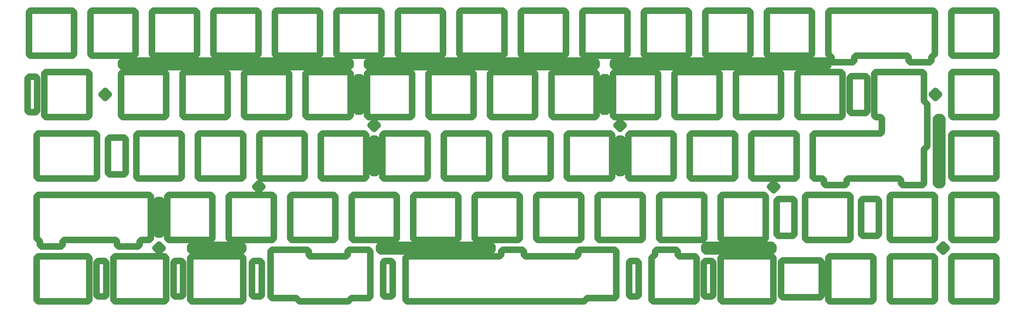
<source format=gbr>
%TF.GenerationSoftware,KiCad,Pcbnew,(5.1.10)-1*%
%TF.CreationDate,2021-09-30T20:55:44+07:00*%
%TF.ProjectId,KBD67 - Lite FR4 Plate,4b424436-3720-42d2-904c-697465204652,rev?*%
%TF.SameCoordinates,Original*%
%TF.FileFunction,Soldermask,Bot*%
%TF.FilePolarity,Negative*%
%FSLAX46Y46*%
G04 Gerber Fmt 4.6, Leading zero omitted, Abs format (unit mm)*
G04 Created by KiCad (PCBNEW (5.1.10)-1) date 2021-09-30 20:55:44*
%MOMM*%
%LPD*%
G01*
G04 APERTURE LIST*
%ADD10C,2.000000*%
G04 APERTURE END LIST*
D10*
X168186990Y-192608143D02*
X167686990Y-193108143D01*
X168186990Y-182573471D02*
X168186990Y-192608143D01*
X167686990Y-182073471D02*
X168186990Y-182573471D01*
X165686990Y-182073471D02*
X167686990Y-182073471D01*
X165186990Y-182573471D02*
X165686990Y-182073471D01*
X165186990Y-192608143D02*
X165186990Y-182573471D01*
X165686990Y-193108143D02*
X165186990Y-192608143D01*
X167686990Y-193108143D02*
X165686990Y-193108143D01*
X-41244262Y-135458143D02*
X-41744262Y-135958143D01*
X-41244262Y-125423471D02*
X-41244262Y-135458143D01*
X-41744262Y-124923471D02*
X-41244262Y-125423471D01*
X-43744262Y-124923471D02*
X-41744262Y-124923471D01*
X-44244262Y-125423471D02*
X-43744262Y-124923471D01*
X-44244262Y-135458143D02*
X-44244262Y-125423471D01*
X-43744262Y-135958143D02*
X-44244262Y-135458143D01*
X-41744262Y-135958143D02*
X-43744262Y-135958143D01*
X145068531Y-192608143D02*
X144568531Y-193108143D01*
X145068531Y-182573471D02*
X145068531Y-192608143D01*
X144568531Y-182073471D02*
X145068531Y-182573471D01*
X142568531Y-182073471D02*
X144568531Y-182073471D01*
X142068531Y-182573471D02*
X142568531Y-182073471D01*
X142068531Y-192608143D02*
X142068531Y-182573471D01*
X142568531Y-193108143D02*
X142068531Y-192608143D01*
X144568531Y-193108143D02*
X142568531Y-193108143D01*
X68868499Y-192608143D02*
X68368499Y-193108143D01*
X68868499Y-182573471D02*
X68868499Y-192608143D01*
X68368499Y-182073471D02*
X68868499Y-182573471D01*
X66368499Y-182073471D02*
X68368499Y-182073471D01*
X65868499Y-182573471D02*
X66368499Y-182073471D01*
X65868499Y-192608143D02*
X65868499Y-182573471D01*
X66368499Y-193108143D02*
X65868499Y-192608143D01*
X68368499Y-193108143D02*
X66368499Y-193108143D01*
X28283601Y-192608143D02*
X27783601Y-193108143D01*
X28283601Y-182573471D02*
X28283601Y-192608143D01*
X27783601Y-182073471D02*
X28283601Y-182573471D01*
X25783601Y-182073471D02*
X27783601Y-182073471D01*
X25283601Y-182573471D02*
X25783601Y-182073471D01*
X25283601Y-192608143D02*
X25283601Y-182573471D01*
X25783601Y-193108143D02*
X25283601Y-192608143D01*
X27783601Y-193108143D02*
X25783601Y-193108143D01*
X3927615Y-192608143D02*
X3427615Y-193108143D01*
X3927615Y-182573471D02*
X3927615Y-192608143D01*
X3427615Y-182073471D02*
X3927615Y-182573471D01*
X1427615Y-182073471D02*
X3427615Y-182073471D01*
X927615Y-182573471D02*
X1427615Y-182073471D01*
X927615Y-192608143D02*
X927615Y-182573471D01*
X1427615Y-193108143D02*
X927615Y-192608143D01*
X3427615Y-193108143D02*
X1427615Y-193108143D01*
X-19884884Y-192608143D02*
X-20384884Y-193108143D01*
X-19884884Y-182573471D02*
X-19884884Y-192608143D01*
X-20384884Y-182073471D02*
X-19884884Y-182573471D01*
X-22384884Y-182073471D02*
X-20384884Y-182073471D01*
X-22884884Y-182573471D02*
X-22384884Y-182073471D01*
X-22884884Y-192608143D02*
X-22884884Y-182573471D01*
X-22384884Y-193108143D02*
X-22884884Y-192608143D01*
X-20384884Y-193108143D02*
X-22384884Y-193108143D01*
X61918756Y-179090800D02*
X61418766Y-178590809D01*
X61918756Y-193090829D02*
X61918756Y-179090800D01*
X61418766Y-193590820D02*
X61918756Y-193090829D01*
X56099365Y-193590820D02*
X61418766Y-193590820D01*
X55599374Y-194090810D02*
X56099365Y-193590820D01*
X55599374Y-194090811D02*
X55599374Y-194090810D01*
X55099384Y-194590802D02*
X55599374Y-194090811D01*
X39980732Y-194590802D02*
X55099384Y-194590802D01*
X39480742Y-194090811D02*
X39980732Y-194590802D01*
X39480742Y-194090810D02*
X39480742Y-194090811D01*
X38980751Y-193590820D02*
X39480742Y-194090810D01*
X31542703Y-193590820D02*
X38980751Y-193590820D01*
X31042712Y-193090829D02*
X31542703Y-193590820D01*
X31042712Y-179090800D02*
X31042712Y-193090829D01*
X31542703Y-178590809D02*
X31042712Y-179090800D01*
X42337006Y-178590809D02*
X31542703Y-178590809D01*
X42836997Y-179090800D02*
X42337006Y-178590809D01*
X42836997Y-180090804D02*
X42836997Y-179090800D01*
X43336987Y-180590795D02*
X42836997Y-180090804D01*
X54418762Y-180590795D02*
X43336987Y-180590795D01*
X54918753Y-180090804D02*
X54418762Y-180590795D01*
X54918753Y-179090800D02*
X54918753Y-180090804D01*
X55418743Y-178590809D02*
X54918753Y-179090800D01*
X61418766Y-178590809D02*
X55418743Y-178590809D01*
X138118778Y-179090809D02*
X137618778Y-178590809D01*
X138118778Y-193090820D02*
X138118778Y-179090809D01*
X137618778Y-193590820D02*
X138118778Y-193090820D01*
X129124343Y-193590820D02*
X137618778Y-193590820D01*
X128624374Y-194090788D02*
X129124343Y-193590820D01*
X128624374Y-194090789D02*
X128624374Y-194090788D01*
X128124362Y-194590802D02*
X128624374Y-194090789D01*
X102986986Y-194590802D02*
X128124362Y-194590802D01*
X100960947Y-194590802D02*
X102986986Y-194590802D01*
X73318254Y-194590802D02*
X100960947Y-194590802D01*
X72818242Y-194090789D02*
X73318254Y-194590802D01*
X72818242Y-181090807D02*
X72818242Y-194090789D01*
X73318254Y-180590795D02*
X72818242Y-181090807D01*
X101980255Y-180590795D02*
X73318254Y-180590795D01*
X102480255Y-180090795D02*
X101980255Y-180590795D01*
X102480255Y-179090809D02*
X102480255Y-180090795D01*
X102980255Y-178590809D02*
X102480255Y-179090809D01*
X108980237Y-178590809D02*
X102980255Y-178590809D01*
X109480237Y-179090809D02*
X108980237Y-178590809D01*
X109480237Y-180090795D02*
X109480237Y-179090809D01*
X109980237Y-180590795D02*
X109480237Y-180090795D01*
X125824493Y-180590795D02*
X109980237Y-180590795D01*
X126324493Y-180090795D02*
X125824493Y-180590795D01*
X126324493Y-179090809D02*
X126324493Y-180090795D01*
X126824493Y-178590809D02*
X126324493Y-179090809D01*
X137618778Y-178590809D02*
X126824493Y-178590809D01*
X157656031Y-180590795D02*
X157156031Y-180090795D01*
X162518291Y-180590795D02*
X157656031Y-180590795D01*
X163018291Y-181090795D02*
X162518291Y-180590795D01*
X163018291Y-194090802D02*
X163018291Y-181090795D01*
X162518291Y-194590802D02*
X163018291Y-194090802D01*
X149518285Y-194590802D02*
X162518291Y-194590802D01*
X149018285Y-194090802D02*
X149518285Y-194590802D01*
X149018285Y-181090795D02*
X149018285Y-194090802D01*
X149518285Y-180590795D02*
X149018285Y-181090795D01*
X149656027Y-180590795D02*
X149518285Y-180590795D01*
X150156027Y-180090795D02*
X149656027Y-180590795D01*
X150156027Y-179090809D02*
X150156027Y-180090795D01*
X150656027Y-178590809D02*
X150156027Y-179090809D01*
X156656031Y-178590809D02*
X150656027Y-178590809D01*
X157156031Y-179090809D02*
X156656031Y-178590809D01*
X157156031Y-180090795D02*
X157156031Y-179090809D01*
X135586990Y-135281754D02*
X135086990Y-135781754D01*
X135586990Y-125599860D02*
X135586990Y-135281754D01*
X135086990Y-125099860D02*
X135586990Y-125599860D01*
X134086990Y-125099860D02*
X135086990Y-125099860D01*
X133586990Y-125599860D02*
X134086990Y-125099860D01*
X133586990Y-135281754D02*
X133586990Y-125599860D01*
X134086990Y-135781754D02*
X133586990Y-135281754D01*
X135086990Y-135781754D02*
X134086990Y-135781754D01*
X59386990Y-135281754D02*
X58886990Y-135781754D01*
X59386990Y-125599860D02*
X59386990Y-135281754D01*
X58886990Y-125099860D02*
X59386990Y-125599860D01*
X57886990Y-125099860D02*
X58886990Y-125099860D01*
X57386990Y-125599860D02*
X57886990Y-125099860D01*
X57386990Y-135281754D02*
X57386990Y-125599860D01*
X57886990Y-135781754D02*
X57386990Y-135281754D01*
X58886990Y-135781754D02*
X57886990Y-135781754D01*
X140349490Y-154331754D02*
X139849490Y-154831754D01*
X140349490Y-144649860D02*
X140349490Y-154331754D01*
X139849490Y-144149860D02*
X140349490Y-144649860D01*
X138849490Y-144149860D02*
X139849490Y-144149860D01*
X138349490Y-144649860D02*
X138849490Y-144149860D01*
X138349490Y-154331754D02*
X138349490Y-144649860D01*
X138849490Y-154831754D02*
X138349490Y-154331754D01*
X139849490Y-154831754D02*
X138849490Y-154831754D01*
X64149490Y-154331754D02*
X63649490Y-154831754D01*
X64149490Y-144649860D02*
X64149490Y-154331754D01*
X63649490Y-144149860D02*
X64149490Y-144649860D01*
X62649490Y-144149860D02*
X63649490Y-144149860D01*
X62149490Y-144649860D02*
X62649490Y-144149860D01*
X62149490Y-154331754D02*
X62149490Y-144649860D01*
X62649490Y-154831754D02*
X62149490Y-154331754D01*
X63649490Y-154831754D02*
X62649490Y-154831754D01*
X-2525510Y-173381753D02*
X-3025510Y-173881753D01*
X-2525509Y-163699859D02*
X-2525510Y-173381753D01*
X-3025509Y-163199859D02*
X-2525509Y-163699859D01*
X-4025509Y-163199859D02*
X-3025509Y-163199859D01*
X-4525509Y-163699859D02*
X-4025509Y-163199859D01*
X-4525509Y-173381753D02*
X-4525509Y-163699859D01*
X-4025509Y-173881753D02*
X-4525509Y-173381753D01*
X-3025510Y-173881753D02*
X-4025509Y-173881753D01*
X201767014Y-192784532D02*
X201267014Y-193284532D01*
X201767014Y-182397083D02*
X201767014Y-192784532D01*
X201267014Y-181897083D02*
X201767014Y-182397083D01*
X189711990Y-181897083D02*
X201267014Y-181897083D01*
X189211990Y-182397083D02*
X189711990Y-181897083D01*
X189211990Y-192784532D02*
X189211990Y-182397083D01*
X189711990Y-193284532D02*
X189211990Y-192784532D01*
X201267014Y-193284532D02*
X189711990Y-193284532D01*
X193288889Y-173734532D02*
X192788889Y-174234532D01*
X193288889Y-163347082D02*
X193288889Y-173734532D01*
X192788889Y-162847082D02*
X193288889Y-163347082D01*
X188303841Y-162847082D02*
X192788889Y-162847082D01*
X187803841Y-163347082D02*
X188303841Y-162847082D01*
X187803841Y-173734532D02*
X187803841Y-163347082D01*
X188303841Y-174234532D02*
X187803841Y-173734532D01*
X192788889Y-174234532D02*
X188303841Y-174234532D01*
X219482639Y-173734532D02*
X218982639Y-174234532D01*
X219482639Y-163347082D02*
X219482639Y-173734532D01*
X218982639Y-162847082D02*
X219482639Y-163347082D01*
X214497591Y-162847082D02*
X218982639Y-162847082D01*
X213997591Y-163347082D02*
X214497591Y-162847082D01*
X213997591Y-173734532D02*
X213997591Y-163347082D01*
X214497591Y-174234532D02*
X213997591Y-173734532D01*
X218982639Y-174234532D02*
X214497591Y-174234532D01*
X215910764Y-135634532D02*
X215410764Y-136134532D01*
X215910764Y-125247083D02*
X215910764Y-135634532D01*
X215410764Y-124747083D02*
X215910764Y-125247083D01*
X210925716Y-124747083D02*
X215410764Y-124747083D01*
X210425716Y-125247083D02*
X210925716Y-124747083D01*
X210425716Y-135634532D02*
X210425716Y-125247083D01*
X210925716Y-136134532D02*
X210425716Y-135634532D01*
X215410764Y-136134532D02*
X210925716Y-136134532D01*
X-13879860Y-154684532D02*
X-14379860Y-155184532D01*
X-13879860Y-144297082D02*
X-13879860Y-154684532D01*
X-14379860Y-143797082D02*
X-13879860Y-144297082D01*
X-18864908Y-143797082D02*
X-14379860Y-143797082D01*
X-19364908Y-144297082D02*
X-18864908Y-143797082D01*
X-19364908Y-154684532D02*
X-19364908Y-144297082D01*
X-18864908Y-155184532D02*
X-19364908Y-154684532D01*
X-14379860Y-155184532D02*
X-18864908Y-155184532D01*
X239171404Y-157990803D02*
X238671404Y-158490803D01*
X239171405Y-137940803D02*
X239171404Y-157990803D01*
X238671405Y-137440803D02*
X239171405Y-137940803D01*
X237671404Y-137440803D02*
X238671405Y-137440803D01*
X237171404Y-137940803D02*
X237671404Y-137440803D01*
X237171405Y-157990803D02*
X237171404Y-137940803D01*
X237671405Y-158490803D02*
X237171405Y-157990803D01*
X238671404Y-158490803D02*
X237671405Y-158490803D01*
X203786990Y-121415807D02*
X203286990Y-121915807D01*
X203786990Y-120415807D02*
X203786990Y-121415807D01*
X203286990Y-119915807D02*
X203786990Y-120415807D01*
X137611990Y-119915807D02*
X203286990Y-119915807D01*
X137111990Y-120415807D02*
X137611990Y-119915807D01*
X137111990Y-121415807D02*
X137111990Y-120415807D01*
X137611990Y-121915807D02*
X137111990Y-121415807D01*
X203286990Y-121915807D02*
X137611990Y-121915807D01*
X132061990Y-121415807D02*
X131561990Y-121915807D01*
X132061990Y-120415807D02*
X132061990Y-121415807D01*
X131561990Y-119915807D02*
X132061990Y-120415807D01*
X61411990Y-119915807D02*
X131561990Y-119915807D01*
X60911990Y-120415807D02*
X61411990Y-119915807D01*
X60911990Y-121415807D02*
X60911990Y-120415807D01*
X61411990Y-121915807D02*
X60911990Y-121415807D01*
X131561990Y-121915807D02*
X61411990Y-121915807D01*
X55861990Y-121415807D02*
X55361990Y-121915807D01*
X55861990Y-120415807D02*
X55861990Y-121415807D01*
X55361990Y-119915807D02*
X55861990Y-120415807D01*
X-14788009Y-119915807D02*
X55361990Y-119915807D01*
X-15288009Y-120415807D02*
X-14788009Y-119915807D01*
X-15288009Y-121415807D02*
X-15288009Y-120415807D01*
X-14788009Y-121915807D02*
X-15288009Y-121415807D01*
X55361990Y-121915807D02*
X-14788009Y-121915807D01*
X186830740Y-178565807D02*
X186330740Y-179065807D01*
X186830740Y-177565807D02*
X186830740Y-178565807D01*
X186330740Y-177065807D02*
X186830740Y-177565807D01*
X165899490Y-177065807D02*
X186330740Y-177065807D01*
X165399490Y-177565807D02*
X165899490Y-177065807D01*
X165399490Y-178565807D02*
X165399490Y-177565807D01*
X165899490Y-179065807D02*
X165399490Y-178565807D01*
X186330740Y-179065807D02*
X165899490Y-179065807D01*
X99797349Y-178565807D02*
X99297349Y-179065807D01*
X99797349Y-177565807D02*
X99797349Y-178565807D01*
X99297349Y-177065807D02*
X99797349Y-177565807D01*
X65101662Y-177065807D02*
X99297349Y-177065807D01*
X64601662Y-177565807D02*
X65101662Y-177065807D01*
X64601662Y-178565807D02*
X64601662Y-177565807D01*
X65101662Y-179065807D02*
X64601662Y-178565807D01*
X99297349Y-179065807D02*
X65101662Y-179065807D01*
X22524490Y-178565807D02*
X22024490Y-179065807D01*
X22524490Y-177565807D02*
X22524490Y-178565807D01*
X22024490Y-177065807D02*
X22524490Y-177565807D01*
X6643240Y-177065807D02*
X22024490Y-177065807D01*
X6143240Y-177565807D02*
X6643240Y-177065807D01*
X6143240Y-178565807D02*
X6143240Y-177565807D01*
X6643240Y-179065807D02*
X6143240Y-178565807D01*
X22024490Y-179065807D02*
X6643240Y-179065807D01*
X234455740Y-133465807D02*
X233955740Y-132965807D01*
X234455740Y-146465807D02*
X234455740Y-133465807D01*
X233955740Y-146965807D02*
X234455740Y-146465807D01*
X233455740Y-147465807D02*
X233955740Y-146965807D01*
X233455740Y-157990807D02*
X233455740Y-147465807D01*
X232955740Y-158490807D02*
X233455740Y-157990807D01*
X226868740Y-158490807D02*
X232955740Y-158490807D01*
X226368740Y-157990807D02*
X226868740Y-158490807D01*
X226368740Y-156990807D02*
X226368740Y-157990807D01*
X225868740Y-156490807D02*
X226368740Y-156990807D01*
X209992740Y-156490807D02*
X225868740Y-156490807D01*
X209492740Y-156990807D02*
X209992740Y-156490807D01*
X209492740Y-157990807D02*
X209492740Y-156990807D01*
X208992740Y-158490807D02*
X209492740Y-157990807D01*
X202992740Y-158490807D02*
X208992740Y-158490807D01*
X202492740Y-157990807D02*
X202992740Y-158490807D01*
X202492740Y-156990807D02*
X202492740Y-157990807D01*
X201992740Y-156490807D02*
X202492740Y-156990807D01*
X199524490Y-156490807D02*
X201992740Y-156490807D01*
X199024490Y-155990807D02*
X199524490Y-156490807D01*
X199024490Y-142990807D02*
X199024490Y-155990807D01*
X199524490Y-142490807D02*
X199024490Y-142990807D01*
X219955740Y-142490807D02*
X199524490Y-142490807D01*
X220455740Y-141990807D02*
X219955740Y-142490807D01*
X220455740Y-137940807D02*
X220455740Y-141990807D01*
X219955740Y-137440807D02*
X220455740Y-137940807D01*
X218574490Y-137440807D02*
X219955740Y-137440807D01*
X218074490Y-136940807D02*
X218574490Y-137440807D01*
X218074490Y-123940807D02*
X218074490Y-136940807D01*
X218574490Y-123440807D02*
X218074490Y-123940807D01*
X232955740Y-123440807D02*
X218574490Y-123440807D01*
X233455740Y-123940807D02*
X232955740Y-123440807D01*
X233455740Y-132465807D02*
X233455740Y-123940807D01*
X233955740Y-132965807D02*
X233455740Y-132465807D01*
X255886990Y-181090807D02*
X255386990Y-180590807D01*
X255886990Y-194090807D02*
X255886990Y-181090807D01*
X255386990Y-194590807D02*
X255886990Y-194090807D01*
X242386990Y-194590807D02*
X255386990Y-194590807D01*
X241886990Y-194090807D02*
X242386990Y-194590807D01*
X241886990Y-181090807D02*
X241886990Y-194090807D01*
X242386990Y-180590807D02*
X241886990Y-181090807D01*
X255386990Y-180590807D02*
X242386990Y-180590807D01*
X-25600509Y-137440807D02*
X-25100509Y-136940807D01*
X-38600509Y-137440807D02*
X-25600509Y-137440807D01*
X-39100509Y-136940807D02*
X-38600509Y-137440807D01*
X-39100509Y-123940807D02*
X-39100509Y-136940807D01*
X-38600509Y-123440807D02*
X-39100509Y-123940807D01*
X-25600509Y-123440807D02*
X-38600509Y-123440807D01*
X-25100509Y-123940807D02*
X-25600509Y-123440807D01*
X-25100509Y-136940807D02*
X-25100509Y-123940807D01*
X146349490Y-162040807D02*
X145849490Y-161540807D01*
X146349490Y-175040807D02*
X146349490Y-162040807D01*
X145849490Y-175540807D02*
X146349490Y-175040807D01*
X132849490Y-175540807D02*
X145849490Y-175540807D01*
X132349490Y-175040807D02*
X132849490Y-175540807D01*
X132349490Y-162040807D02*
X132349490Y-175040807D01*
X132849490Y-161540807D02*
X132349490Y-162040807D01*
X145849490Y-161540807D02*
X132849490Y-161540807D01*
X155874490Y-142990807D02*
X155374490Y-142490807D01*
X155874490Y-155990807D02*
X155874490Y-142990807D01*
X155374490Y-156490807D02*
X155874490Y-155990807D01*
X142374490Y-156490807D02*
X155374490Y-156490807D01*
X141874490Y-155990807D02*
X142374490Y-156490807D01*
X141874490Y-142990807D02*
X141874490Y-155990807D01*
X142374490Y-142490807D02*
X141874490Y-142990807D01*
X155374490Y-142490807D02*
X142374490Y-142490807D01*
X27574490Y-155990807D02*
X27574490Y-142990807D01*
X28074490Y-156490807D02*
X27574490Y-155990807D01*
X41074490Y-156490807D02*
X28074490Y-156490807D01*
X41574490Y-155990807D02*
X41074490Y-156490807D01*
X41574490Y-142990807D02*
X41574490Y-155990807D01*
X41074490Y-142490807D02*
X41574490Y-142990807D01*
X28074490Y-142490807D02*
X41074490Y-142490807D01*
X27574490Y-142990807D02*
X28074490Y-142490807D01*
X255886990Y-162040807D02*
X255386990Y-161540807D01*
X255886990Y-175040807D02*
X255886990Y-162040807D01*
X255386990Y-175540807D02*
X255886990Y-175040807D01*
X242386990Y-175540807D02*
X255386990Y-175540807D01*
X241886990Y-175040807D02*
X242386990Y-175540807D01*
X241886990Y-162040807D02*
X241886990Y-175040807D01*
X242386990Y-161540807D02*
X241886990Y-162040807D01*
X255386990Y-161540807D02*
X242386990Y-161540807D01*
X36311990Y-137440807D02*
X36811990Y-136940807D01*
X23311990Y-137440807D02*
X36311990Y-137440807D01*
X22811990Y-136940807D02*
X23311990Y-137440807D01*
X22811990Y-123940807D02*
X22811990Y-136940807D01*
X23311990Y-123440807D02*
X22811990Y-123940807D01*
X36311990Y-123440807D02*
X23311990Y-123440807D01*
X36811990Y-123940807D02*
X36311990Y-123440807D01*
X36811990Y-136940807D02*
X36811990Y-123940807D01*
X55861990Y-123940807D02*
X55361990Y-123440807D01*
X55861990Y-136940807D02*
X55861990Y-123940807D01*
X55361990Y-137440807D02*
X55861990Y-136940807D01*
X42361990Y-137440807D02*
X55361990Y-137440807D01*
X41861990Y-136940807D02*
X42361990Y-137440807D01*
X41861990Y-123940807D02*
X41861990Y-136940807D01*
X42361990Y-123440807D02*
X41861990Y-123940807D01*
X55361990Y-123440807D02*
X42361990Y-123440807D01*
X-1288009Y-123940807D02*
X-1788009Y-123440807D01*
X-1288009Y-136940807D02*
X-1288009Y-123940807D01*
X-1788009Y-137440807D02*
X-1288009Y-136940807D01*
X-14788009Y-137440807D02*
X-1788009Y-137440807D01*
X-15288009Y-136940807D02*
X-14788009Y-137440807D01*
X-15288009Y-123940807D02*
X-15288009Y-136940807D01*
X-14788009Y-123440807D02*
X-15288009Y-123940807D01*
X-1788009Y-123440807D02*
X-14788009Y-123440807D01*
X113011990Y-123940807D02*
X112511990Y-123440807D01*
X113011990Y-136940807D02*
X113011990Y-123940807D01*
X112511990Y-137440807D02*
X113011990Y-136940807D01*
X99511990Y-137440807D02*
X112511990Y-137440807D01*
X99011990Y-136940807D02*
X99511990Y-137440807D01*
X99011990Y-123940807D02*
X99011990Y-136940807D01*
X99511990Y-123440807D02*
X99011990Y-123940807D01*
X112511990Y-123440807D02*
X99511990Y-123440807D01*
X-10525509Y-155990807D02*
X-10525509Y-142990807D01*
X-10025509Y-156490807D02*
X-10525509Y-155990807D01*
X2974490Y-156490807D02*
X-10025509Y-156490807D01*
X3474490Y-155990807D02*
X2974490Y-156490807D01*
X3474490Y-142990807D02*
X3474490Y-155990807D01*
X2974490Y-142490807D02*
X3474490Y-142990807D01*
X-10025509Y-142490807D02*
X2974490Y-142490807D01*
X-10525509Y-142990807D02*
X-10025509Y-142490807D01*
X122536990Y-104890807D02*
X122036990Y-104390807D01*
X122536990Y-117890807D02*
X122536990Y-104890807D01*
X122036990Y-118390807D02*
X122536990Y-117890807D01*
X109036990Y-118390807D02*
X122036990Y-118390807D01*
X108536990Y-117890807D02*
X109036990Y-118390807D01*
X108536990Y-104890807D02*
X108536990Y-117890807D01*
X109036990Y-104390807D02*
X108536990Y-104890807D01*
X122036990Y-104390807D02*
X109036990Y-104390807D01*
X160636990Y-104890807D02*
X160136990Y-104390807D01*
X160636990Y-117890807D02*
X160636990Y-104890807D01*
X160136990Y-118390807D02*
X160636990Y-117890807D01*
X147136990Y-118390807D02*
X160136990Y-118390807D01*
X146636990Y-117890807D02*
X147136990Y-118390807D01*
X146636990Y-104890807D02*
X146636990Y-117890807D01*
X147136990Y-104390807D02*
X146636990Y-104890807D01*
X160136990Y-104390807D02*
X147136990Y-104390807D01*
X45836990Y-118390807D02*
X46336990Y-117890807D01*
X32836990Y-118390807D02*
X45836990Y-118390807D01*
X32336990Y-117890807D02*
X32836990Y-118390807D01*
X32336990Y-104890807D02*
X32336990Y-117890807D01*
X32836990Y-104390807D02*
X32336990Y-104890807D01*
X45836990Y-104390807D02*
X32836990Y-104390807D01*
X46336990Y-104890807D02*
X45836990Y-104390807D01*
X46336990Y-117890807D02*
X46336990Y-104890807D01*
X136824490Y-142990807D02*
X136324490Y-142490807D01*
X136824490Y-155990807D02*
X136824490Y-142990807D01*
X136324490Y-156490807D02*
X136824490Y-155990807D01*
X123324490Y-156490807D02*
X136324490Y-156490807D01*
X122824490Y-155990807D02*
X123324490Y-156490807D01*
X122824490Y-142990807D02*
X122824490Y-155990807D01*
X123324490Y-142490807D02*
X122824490Y-142990807D01*
X136324490Y-142490807D02*
X123324490Y-142490807D01*
X-9518759Y-177040807D02*
X-9518759Y-176040807D01*
X-10018759Y-177540807D02*
X-9518759Y-177040807D01*
X-16018759Y-177540807D02*
X-10018759Y-177540807D01*
X-16518759Y-177040807D02*
X-16018759Y-177540807D01*
X-16518759Y-176040807D02*
X-16518759Y-177040807D01*
X-17018759Y-175540807D02*
X-16518759Y-176040807D01*
X-32894759Y-175540807D02*
X-17018759Y-175540807D01*
X-33394759Y-176040807D02*
X-32894759Y-175540807D01*
X-33394759Y-177040807D02*
X-33394759Y-176040807D01*
X-33894759Y-177540807D02*
X-33394759Y-177040807D01*
X-39894759Y-177540807D02*
X-33894759Y-177540807D01*
X-40394759Y-177040807D02*
X-39894759Y-177540807D01*
X-40394759Y-176040807D02*
X-40394759Y-177040807D01*
X-40894759Y-175540807D02*
X-40394759Y-176040807D01*
X-40981759Y-175540807D02*
X-40894759Y-175540807D01*
X-41481759Y-175040807D02*
X-40981759Y-175540807D01*
X-41481759Y-162040807D02*
X-41481759Y-175040807D01*
X-40981759Y-161540807D02*
X-41481759Y-162040807D01*
X-6550509Y-161540807D02*
X-40981759Y-161540807D01*
X-6050509Y-162040807D02*
X-6550509Y-161540807D01*
X-6050509Y-175040807D02*
X-6050509Y-162040807D01*
X-6550509Y-175540807D02*
X-6050509Y-175040807D01*
X-9018759Y-175540807D02*
X-6550509Y-175540807D01*
X-9518759Y-176040807D02*
X-9018759Y-175540807D01*
X-29863009Y-104890807D02*
X-30363009Y-104390807D01*
X-29863009Y-117890807D02*
X-29863009Y-104890807D01*
X-30363009Y-118390807D02*
X-29863009Y-117890807D01*
X-43363009Y-118390807D02*
X-30363009Y-118390807D01*
X-43863009Y-117890807D02*
X-43363009Y-118390807D01*
X-43863009Y-104890807D02*
X-43863009Y-117890807D01*
X-43363009Y-104390807D02*
X-43863009Y-104890807D01*
X-30363009Y-104390807D02*
X-43363009Y-104390807D01*
X69649490Y-175540807D02*
X70149490Y-175040807D01*
X56649490Y-175540807D02*
X69649490Y-175540807D01*
X56149490Y-175040807D02*
X56649490Y-175540807D01*
X56149490Y-162040807D02*
X56149490Y-175040807D01*
X56649490Y-161540807D02*
X56149490Y-162040807D01*
X69649490Y-161540807D02*
X56649490Y-161540807D01*
X70149490Y-162040807D02*
X69649490Y-161540807D01*
X70149490Y-175040807D02*
X70149490Y-162040807D01*
X-10813009Y-104890807D02*
X-11313009Y-104390807D01*
X-10813009Y-117890807D02*
X-10813009Y-104890807D01*
X-11313009Y-118390807D02*
X-10813009Y-117890807D01*
X-24313009Y-118390807D02*
X-11313009Y-118390807D01*
X-24813009Y-117890807D02*
X-24313009Y-118390807D01*
X-24813009Y-104890807D02*
X-24813009Y-117890807D01*
X-24313009Y-104390807D02*
X-24813009Y-104890807D01*
X-11313009Y-104390807D02*
X-24313009Y-104390807D01*
X255886990Y-123940807D02*
X255386990Y-123440807D01*
X255886990Y-136940807D02*
X255886990Y-123940807D01*
X255386990Y-137440807D02*
X255886990Y-136940807D01*
X242386990Y-137440807D02*
X255386990Y-137440807D01*
X241886990Y-136940807D02*
X242386990Y-137440807D01*
X241886990Y-123940807D02*
X241886990Y-136940807D01*
X242386990Y-123440807D02*
X241886990Y-123940807D01*
X255386990Y-123440807D02*
X242386990Y-123440807D01*
X108249490Y-162040807D02*
X107749490Y-161540807D01*
X108249490Y-175040807D02*
X108249490Y-162040807D01*
X107749490Y-175540807D02*
X108249490Y-175040807D01*
X94749490Y-175540807D02*
X107749490Y-175540807D01*
X94249490Y-175040807D02*
X94749490Y-175540807D01*
X94249490Y-162040807D02*
X94249490Y-175040807D01*
X94749490Y-161540807D02*
X94249490Y-162040807D01*
X107749490Y-161540807D02*
X94749490Y-161540807D01*
X79674490Y-142990807D02*
X79174490Y-142490807D01*
X79674490Y-155990807D02*
X79674490Y-142990807D01*
X79174490Y-156490807D02*
X79674490Y-155990807D01*
X66174490Y-156490807D02*
X79174490Y-156490807D01*
X65674490Y-155990807D02*
X66174490Y-156490807D01*
X65674490Y-142990807D02*
X65674490Y-155990807D01*
X66174490Y-142490807D02*
X65674490Y-142990807D01*
X79174490Y-142490807D02*
X66174490Y-142490807D01*
X12499490Y-175540807D02*
X12999490Y-175040807D01*
X-500509Y-175540807D02*
X12499490Y-175540807D01*
X-1000509Y-175040807D02*
X-500509Y-175540807D01*
X-1000509Y-162040807D02*
X-1000509Y-175040807D01*
X-500509Y-161540807D02*
X-1000509Y-162040807D01*
X12499490Y-161540807D02*
X-500509Y-161540807D01*
X12999490Y-162040807D02*
X12499490Y-161540807D01*
X12999490Y-175040807D02*
X12999490Y-162040807D01*
X141586990Y-104890807D02*
X141086990Y-104390807D01*
X141586990Y-117890807D02*
X141586990Y-104890807D01*
X141086990Y-118390807D02*
X141586990Y-117890807D01*
X128086990Y-118390807D02*
X141086990Y-118390807D01*
X127586990Y-117890807D02*
X128086990Y-118390807D01*
X127586990Y-104890807D02*
X127586990Y-117890807D01*
X128086990Y-104390807D02*
X127586990Y-104890807D01*
X141086990Y-104390807D02*
X128086990Y-104390807D01*
X89199490Y-162040807D02*
X88699490Y-161540807D01*
X89199490Y-175040807D02*
X89199490Y-162040807D01*
X88699490Y-175540807D02*
X89199490Y-175040807D01*
X75699490Y-175540807D02*
X88699490Y-175540807D01*
X75199490Y-175040807D02*
X75699490Y-175540807D01*
X75199490Y-162040807D02*
X75199490Y-175040807D01*
X75699490Y-161540807D02*
X75199490Y-162040807D01*
X88699490Y-161540807D02*
X75699490Y-161540807D01*
X50599490Y-175540807D02*
X51099490Y-175040807D01*
X37599490Y-175540807D02*
X50599490Y-175540807D01*
X37099490Y-175040807D02*
X37599490Y-175540807D01*
X37099490Y-162040807D02*
X37099490Y-175040807D01*
X37599490Y-161540807D02*
X37099490Y-162040807D01*
X50599490Y-161540807D02*
X37599490Y-161540807D01*
X51099490Y-162040807D02*
X50599490Y-161540807D01*
X51099490Y-175040807D02*
X51099490Y-162040807D01*
X204286990Y-118390807D02*
X204373990Y-118390807D01*
X203786990Y-117890807D02*
X204286990Y-118390807D01*
X203786990Y-104890807D02*
X203786990Y-117890807D01*
X204286990Y-104390807D02*
X203786990Y-104890807D01*
X236336990Y-104390807D02*
X204286990Y-104390807D01*
X236836990Y-104890807D02*
X236336990Y-104390807D01*
X236836990Y-117890807D02*
X236836990Y-104890807D01*
X236336990Y-118390807D02*
X236836990Y-117890807D01*
X236249990Y-118390807D02*
X236336990Y-118390807D01*
X235749990Y-118890807D02*
X236249990Y-118390807D01*
X235749990Y-119890807D02*
X235749990Y-118890807D01*
X235249990Y-120390807D02*
X235749990Y-119890807D01*
X229249990Y-120390807D02*
X235249990Y-120390807D01*
X228749990Y-119890807D02*
X229249990Y-120390807D01*
X228749990Y-118890807D02*
X228749990Y-119890807D01*
X228249990Y-118390807D02*
X228749990Y-118890807D01*
X212373990Y-118390807D02*
X228249990Y-118390807D01*
X211873990Y-118890807D02*
X212373990Y-118390807D01*
X211873990Y-119890807D02*
X211873990Y-118890807D01*
X211373990Y-120390807D02*
X211873990Y-119890807D01*
X205373990Y-120390807D02*
X211373990Y-120390807D01*
X204873990Y-119890807D02*
X205373990Y-120390807D01*
X204873990Y-118890807D02*
X204873990Y-119890807D01*
X204373990Y-118390807D02*
X204873990Y-118890807D01*
X186830740Y-181090807D02*
X186330740Y-180590807D01*
X186830740Y-194090807D02*
X186830740Y-181090807D01*
X186330740Y-194590807D02*
X186830740Y-194090807D01*
X170949490Y-194590807D02*
X186330740Y-194590807D01*
X170449490Y-194090807D02*
X170949490Y-194590807D01*
X170449490Y-181090807D02*
X170449490Y-194090807D01*
X170949490Y-180590807D02*
X170449490Y-181090807D01*
X186330740Y-180590807D02*
X170949490Y-180590807D01*
X217286990Y-194590807D02*
X217786990Y-194090807D01*
X204286990Y-194590807D02*
X217286990Y-194590807D01*
X203786990Y-194090807D02*
X204286990Y-194590807D01*
X203786990Y-181090807D02*
X203786990Y-194090807D01*
X204286990Y-180590807D02*
X203786990Y-181090807D01*
X217286990Y-180590807D02*
X204286990Y-180590807D01*
X217786990Y-181090807D02*
X217286990Y-180590807D01*
X217786990Y-194090807D02*
X217786990Y-181090807D01*
X255886990Y-104890807D02*
X255386990Y-104390807D01*
X255886990Y-117890807D02*
X255886990Y-104890807D01*
X255386990Y-118390807D02*
X255886990Y-117890807D01*
X242386990Y-118390807D02*
X255386990Y-118390807D01*
X241886990Y-117890807D02*
X242386990Y-118390807D01*
X241886990Y-104890807D02*
X241886990Y-117890807D01*
X242386990Y-104390807D02*
X241886990Y-104890807D01*
X255386990Y-104390807D02*
X242386990Y-104390807D01*
X79961990Y-136940807D02*
X79961990Y-123940807D01*
X80461990Y-137440807D02*
X79961990Y-136940807D01*
X93461990Y-137440807D02*
X80461990Y-137440807D01*
X93961990Y-136940807D02*
X93461990Y-137440807D01*
X93961990Y-123940807D02*
X93961990Y-136940807D01*
X93461990Y-123440807D02*
X93961990Y-123940807D01*
X80461990Y-123440807D02*
X93461990Y-123440807D01*
X79961990Y-123940807D02*
X80461990Y-123440807D01*
X3761990Y-136940807D02*
X3761990Y-123940807D01*
X4261990Y-137440807D02*
X3761990Y-136940807D01*
X17261990Y-137440807D02*
X4261990Y-137440807D01*
X17761990Y-136940807D02*
X17261990Y-137440807D01*
X17761990Y-123940807D02*
X17761990Y-136940807D01*
X17261990Y-123440807D02*
X17761990Y-123940807D01*
X4261990Y-123440807D02*
X17261990Y-123440807D01*
X3761990Y-123940807D02*
X4261990Y-123440807D01*
X98224490Y-156490807D02*
X98724490Y-155990807D01*
X85224490Y-156490807D02*
X98224490Y-156490807D01*
X84724490Y-155990807D02*
X85224490Y-156490807D01*
X84724490Y-142990807D02*
X84724490Y-155990807D01*
X85224490Y-142490807D02*
X84724490Y-142990807D01*
X98224490Y-142490807D02*
X85224490Y-142490807D01*
X98724490Y-142990807D02*
X98224490Y-142490807D01*
X98724490Y-155990807D02*
X98724490Y-142990807D01*
X131561990Y-137440807D02*
X132061990Y-136940807D01*
X118561990Y-137440807D02*
X131561990Y-137440807D01*
X118061990Y-136940807D02*
X118561990Y-137440807D01*
X118061990Y-123940807D02*
X118061990Y-136940807D01*
X118561990Y-123440807D02*
X118061990Y-123940807D01*
X131561990Y-123440807D02*
X118561990Y-123440807D01*
X132061990Y-123940807D02*
X131561990Y-123440807D01*
X132061990Y-136940807D02*
X132061990Y-123940807D01*
X165399490Y-162040807D02*
X164899490Y-161540807D01*
X165399490Y-175040807D02*
X165399490Y-162040807D01*
X164899490Y-175540807D02*
X165399490Y-175040807D01*
X151899490Y-175540807D02*
X164899490Y-175540807D01*
X151399490Y-175040807D02*
X151899490Y-175540807D01*
X151399490Y-162040807D02*
X151399490Y-175040807D01*
X151899490Y-161540807D02*
X151399490Y-162040807D01*
X164899490Y-161540807D02*
X151899490Y-161540807D01*
X198736990Y-104890807D02*
X198236990Y-104390807D01*
X198736990Y-117890807D02*
X198736990Y-104890807D01*
X198236990Y-118390807D02*
X198736990Y-117890807D01*
X185236990Y-118390807D02*
X198236990Y-118390807D01*
X184736990Y-117890807D02*
X185236990Y-118390807D01*
X184736990Y-104890807D02*
X184736990Y-117890807D01*
X185236990Y-104390807D02*
X184736990Y-104890807D01*
X198236990Y-104390807D02*
X185236990Y-104390807D01*
X127299490Y-162040807D02*
X126799490Y-161540807D01*
X127299490Y-175040807D02*
X127299490Y-162040807D01*
X126799490Y-175540807D02*
X127299490Y-175040807D01*
X113799490Y-175540807D02*
X126799490Y-175540807D01*
X113299490Y-175040807D02*
X113799490Y-175540807D01*
X113299490Y-162040807D02*
X113299490Y-175040807D01*
X113799490Y-161540807D02*
X113299490Y-162040807D01*
X126799490Y-161540807D02*
X113799490Y-161540807D01*
X32049490Y-162040807D02*
X31549490Y-161540807D01*
X32049490Y-175040807D02*
X32049490Y-162040807D01*
X31549490Y-175540807D02*
X32049490Y-175040807D01*
X18549490Y-175540807D02*
X31549490Y-175540807D01*
X18049490Y-175040807D02*
X18549490Y-175540807D01*
X18049490Y-162040807D02*
X18049490Y-175040807D01*
X18549490Y-161540807D02*
X18049490Y-162040807D01*
X31549490Y-161540807D02*
X18549490Y-161540807D01*
X-25600509Y-194590807D02*
X-25100509Y-194090807D01*
X-40981759Y-194590807D02*
X-25600509Y-194590807D01*
X-41481759Y-194090807D02*
X-40981759Y-194590807D01*
X-41481759Y-181090807D02*
X-41481759Y-194090807D01*
X-40981759Y-180590807D02*
X-41481759Y-181090807D01*
X-25600509Y-180590807D02*
X-40981759Y-180590807D01*
X-25100509Y-181090807D02*
X-25600509Y-180590807D01*
X-25100509Y-194090807D02*
X-25100509Y-181090807D01*
X241886990Y-155990807D02*
X241886990Y-142990807D01*
X242386990Y-156490807D02*
X241886990Y-155990807D01*
X255386990Y-156490807D02*
X242386990Y-156490807D01*
X255886990Y-155990807D02*
X255386990Y-156490807D01*
X255886990Y-142990807D02*
X255886990Y-155990807D01*
X255386990Y-142490807D02*
X255886990Y-142990807D01*
X242386990Y-142490807D02*
X255386990Y-142490807D01*
X241886990Y-142990807D02*
X242386990Y-142490807D01*
X193974490Y-142990807D02*
X193474490Y-142490807D01*
X193974490Y-155990807D02*
X193974490Y-142990807D01*
X193474490Y-156490807D02*
X193974490Y-155990807D01*
X180474490Y-156490807D02*
X193474490Y-156490807D01*
X179974490Y-155990807D02*
X180474490Y-156490807D01*
X179974490Y-142990807D02*
X179974490Y-155990807D01*
X180474490Y-142490807D02*
X179974490Y-142990807D01*
X193474490Y-142490807D02*
X180474490Y-142490807D01*
X22524490Y-181090807D02*
X22024490Y-180590807D01*
X22524490Y-194090807D02*
X22524490Y-181090807D01*
X22024490Y-194590807D02*
X22524490Y-194090807D01*
X6643240Y-194590807D02*
X22024490Y-194590807D01*
X6143240Y-194090807D02*
X6643240Y-194590807D01*
X6143240Y-181090807D02*
X6143240Y-194090807D01*
X6643240Y-180590807D02*
X6143240Y-181090807D01*
X22024490Y-180590807D02*
X6643240Y-180590807D01*
X60624490Y-142990807D02*
X60124490Y-142490807D01*
X60624490Y-155990807D02*
X60624490Y-142990807D01*
X60124490Y-156490807D02*
X60624490Y-155990807D01*
X47124490Y-156490807D02*
X60124490Y-156490807D01*
X46624490Y-155990807D02*
X47124490Y-156490807D01*
X46624490Y-142990807D02*
X46624490Y-155990807D01*
X47124490Y-142490807D02*
X46624490Y-142990807D01*
X60124490Y-142490807D02*
X47124490Y-142490807D01*
X-17669259Y-194090807D02*
X-17669259Y-181090807D01*
X-17169259Y-194590807D02*
X-17669259Y-194090807D01*
X-1788009Y-194590807D02*
X-17169259Y-194590807D01*
X-1288009Y-194090807D02*
X-1788009Y-194590807D01*
X-1288009Y-181090807D02*
X-1288009Y-194090807D01*
X-1788009Y-180590807D02*
X-1288009Y-181090807D01*
X-17169259Y-180590807D02*
X-1788009Y-180590807D01*
X-17669259Y-181090807D02*
X-17169259Y-180590807D01*
X208261990Y-123940807D02*
X207761990Y-123440807D01*
X208261990Y-136940807D02*
X208261990Y-123940807D01*
X207761990Y-137440807D02*
X208261990Y-136940807D01*
X194761990Y-137440807D02*
X207761990Y-137440807D01*
X194261990Y-136940807D02*
X194761990Y-137440807D01*
X194261990Y-123940807D02*
X194261990Y-136940807D01*
X194761990Y-123440807D02*
X194261990Y-123940807D01*
X207761990Y-123440807D02*
X194761990Y-123440807D01*
X22524490Y-142990807D02*
X22024490Y-142490807D01*
X22524490Y-155990807D02*
X22524490Y-142990807D01*
X22024490Y-156490807D02*
X22524490Y-155990807D01*
X9024490Y-156490807D02*
X22024490Y-156490807D01*
X8524490Y-155990807D02*
X9024490Y-156490807D01*
X8524490Y-142990807D02*
X8524490Y-155990807D01*
X9024490Y-142490807D02*
X8524490Y-142990807D01*
X22024490Y-142490807D02*
X9024490Y-142490807D01*
X74911990Y-123940807D02*
X74411990Y-123440807D01*
X74911990Y-136940807D02*
X74911990Y-123940807D01*
X74411990Y-137440807D02*
X74911990Y-136940807D01*
X61411990Y-137440807D02*
X74411990Y-137440807D01*
X60911990Y-136940807D02*
X61411990Y-137440807D01*
X60911990Y-123940807D02*
X60911990Y-136940807D01*
X61411990Y-123440807D02*
X60911990Y-123940807D01*
X74411990Y-123440807D02*
X61411990Y-123440807D01*
X170449490Y-175040807D02*
X170449490Y-162040807D01*
X170949490Y-175540807D02*
X170449490Y-175040807D01*
X183949490Y-175540807D02*
X170949490Y-175540807D01*
X184449490Y-175040807D02*
X183949490Y-175540807D01*
X184449490Y-162040807D02*
X184449490Y-175040807D01*
X183949490Y-161540807D02*
X184449490Y-162040807D01*
X170949490Y-161540807D02*
X183949490Y-161540807D01*
X170449490Y-162040807D02*
X170949490Y-161540807D01*
X117774490Y-142990807D02*
X117274490Y-142490807D01*
X117774490Y-155990807D02*
X117774490Y-142990807D01*
X117274490Y-156490807D02*
X117774490Y-155990807D01*
X104274490Y-156490807D02*
X117274490Y-156490807D01*
X103774490Y-155990807D02*
X104274490Y-156490807D01*
X103774490Y-142990807D02*
X103774490Y-155990807D01*
X104274490Y-142490807D02*
X103774490Y-142990807D01*
X117274490Y-142490807D02*
X104274490Y-142490807D01*
X160924490Y-155990807D02*
X160924490Y-142990807D01*
X161424490Y-156490807D02*
X160924490Y-155990807D01*
X174424490Y-156490807D02*
X161424490Y-156490807D01*
X174924490Y-155990807D02*
X174424490Y-156490807D01*
X174924490Y-142990807D02*
X174924490Y-155990807D01*
X174424490Y-142490807D02*
X174924490Y-142990807D01*
X161424490Y-142490807D02*
X174424490Y-142490807D01*
X160924490Y-142990807D02*
X161424490Y-142490807D01*
X170161990Y-123940807D02*
X169661990Y-123440807D01*
X170161990Y-136940807D02*
X170161990Y-123940807D01*
X169661990Y-137440807D02*
X170161990Y-136940807D01*
X156661990Y-137440807D02*
X169661990Y-137440807D01*
X156161990Y-136940807D02*
X156661990Y-137440807D01*
X156161990Y-123940807D02*
X156161990Y-136940807D01*
X156661990Y-123440807D02*
X156161990Y-123940807D01*
X169661990Y-123440807D02*
X156661990Y-123440807D01*
X150611990Y-137440807D02*
X151111990Y-136940807D01*
X137611990Y-137440807D02*
X150611990Y-137440807D01*
X137111990Y-136940807D02*
X137611990Y-137440807D01*
X137111990Y-123940807D02*
X137111990Y-136940807D01*
X137611990Y-123440807D02*
X137111990Y-123940807D01*
X150611990Y-123440807D02*
X137611990Y-123440807D01*
X151111990Y-123940807D02*
X150611990Y-123440807D01*
X151111990Y-136940807D02*
X151111990Y-123940807D01*
X26786990Y-118390807D02*
X27286990Y-117890807D01*
X13786990Y-118390807D02*
X26786990Y-118390807D01*
X13286990Y-117890807D02*
X13786990Y-118390807D01*
X13286990Y-104890807D02*
X13286990Y-117890807D01*
X13786990Y-104390807D02*
X13286990Y-104890807D01*
X26786990Y-104390807D02*
X13786990Y-104390807D01*
X27286990Y-104890807D02*
X26786990Y-104390807D01*
X27286990Y-117890807D02*
X27286990Y-104890807D01*
X189211990Y-123940807D02*
X188711990Y-123440807D01*
X189211990Y-136940807D02*
X189211990Y-123940807D01*
X188711990Y-137440807D02*
X189211990Y-136940807D01*
X175711990Y-137440807D02*
X188711990Y-137440807D01*
X175211990Y-136940807D02*
X175711990Y-137440807D01*
X175211990Y-123940807D02*
X175211990Y-136940807D01*
X175711990Y-123440807D02*
X175211990Y-123940807D01*
X188711990Y-123440807D02*
X175711990Y-123440807D01*
X222836990Y-175040807D02*
X222836990Y-162040807D01*
X223336990Y-175540807D02*
X222836990Y-175040807D01*
X236336990Y-175540807D02*
X223336990Y-175540807D01*
X236836990Y-175040807D02*
X236336990Y-175540807D01*
X236836990Y-162040807D02*
X236836990Y-175040807D01*
X236336990Y-161540807D02*
X236836990Y-162040807D01*
X223336990Y-161540807D02*
X236336990Y-161540807D01*
X222836990Y-162040807D02*
X223336990Y-161540807D01*
X8236990Y-104890807D02*
X7736990Y-104390807D01*
X8236990Y-117890807D02*
X8236990Y-104890807D01*
X7736990Y-118390807D02*
X8236990Y-117890807D01*
X-5263009Y-118390807D02*
X7736990Y-118390807D01*
X-5763009Y-117890807D02*
X-5263009Y-118390807D01*
X-5763009Y-104890807D02*
X-5763009Y-117890807D01*
X-5263009Y-104390807D02*
X-5763009Y-104890807D01*
X7736990Y-104390807D02*
X-5263009Y-104390807D01*
X65386990Y-104890807D02*
X64886990Y-104390807D01*
X65386990Y-117890807D02*
X65386990Y-104890807D01*
X64886990Y-118390807D02*
X65386990Y-117890807D01*
X51886990Y-118390807D02*
X64886990Y-118390807D01*
X51386990Y-117890807D02*
X51886990Y-118390807D01*
X51386990Y-104890807D02*
X51386990Y-117890807D01*
X51886990Y-104390807D02*
X51386990Y-104890807D01*
X64886990Y-104390807D02*
X51886990Y-104390807D01*
X-22719259Y-142990807D02*
X-23219259Y-142490807D01*
X-22719259Y-155990807D02*
X-22719259Y-142990807D01*
X-23219259Y-156490807D02*
X-22719259Y-155990807D01*
X-40981759Y-156490807D02*
X-23219259Y-156490807D01*
X-41481759Y-155990807D02*
X-40981759Y-156490807D01*
X-41481759Y-142990807D02*
X-41481759Y-155990807D01*
X-40981759Y-142490807D02*
X-41481759Y-142990807D01*
X-23219259Y-142490807D02*
X-40981759Y-142490807D01*
X179686990Y-104890807D02*
X179186990Y-104390807D01*
X179686990Y-117890807D02*
X179686990Y-104890807D01*
X179186990Y-118390807D02*
X179686990Y-117890807D01*
X166186990Y-118390807D02*
X179186990Y-118390807D01*
X165686990Y-117890807D02*
X166186990Y-118390807D01*
X165686990Y-104890807D02*
X165686990Y-117890807D01*
X166186990Y-104390807D02*
X165686990Y-104890807D01*
X179186990Y-104390807D02*
X166186990Y-104390807D01*
X210643240Y-162040807D02*
X210143240Y-161540807D01*
X210643240Y-175040807D02*
X210643240Y-162040807D01*
X210143240Y-175540807D02*
X210643240Y-175040807D01*
X197143240Y-175540807D02*
X210143240Y-175540807D01*
X196643240Y-175040807D02*
X197143240Y-175540807D01*
X196643240Y-162040807D02*
X196643240Y-175040807D01*
X197143240Y-161540807D02*
X196643240Y-162040807D01*
X210143240Y-161540807D02*
X197143240Y-161540807D01*
X236836990Y-181090807D02*
X236336990Y-180590807D01*
X236836990Y-194090807D02*
X236836990Y-181090807D01*
X236336990Y-194590807D02*
X236836990Y-194090807D01*
X223336990Y-194590807D02*
X236336990Y-194590807D01*
X222836990Y-194090807D02*
X223336990Y-194590807D01*
X222836990Y-181090807D02*
X222836990Y-194090807D01*
X223336990Y-180590807D02*
X222836990Y-181090807D01*
X236336990Y-180590807D02*
X223336990Y-180590807D01*
X103486990Y-104890807D02*
X102986990Y-104390807D01*
X103486990Y-117890807D02*
X103486990Y-104890807D01*
X102986990Y-118390807D02*
X103486990Y-117890807D01*
X89986990Y-118390807D02*
X102986990Y-118390807D01*
X89486990Y-117890807D02*
X89986990Y-118390807D01*
X89486990Y-104890807D02*
X89486990Y-117890807D01*
X89986990Y-104390807D02*
X89486990Y-104890807D01*
X102986990Y-104390807D02*
X89986990Y-104390807D01*
X84436990Y-104890807D02*
X83936990Y-104390807D01*
X84436990Y-117890807D02*
X84436990Y-104890807D01*
X83936990Y-118390807D02*
X84436990Y-117890807D01*
X70936990Y-118390807D02*
X83936990Y-118390807D01*
X70436990Y-117890807D02*
X70936990Y-118390807D01*
X70436990Y-104890807D02*
X70436990Y-117890807D01*
X70936990Y-104390807D02*
X70436990Y-104890807D01*
X83936990Y-104390807D02*
X70936990Y-104390807D01*
X26318043Y-159047557D02*
X27418043Y-157947557D01*
X27418043Y-160147557D02*
X26318043Y-159047557D01*
X28518043Y-159047557D02*
X27418043Y-160147557D01*
X27418043Y-157947557D02*
X28518043Y-159047557D01*
X235881444Y-130440756D02*
X236981444Y-129340756D01*
X236981444Y-131540756D02*
X235881444Y-130440756D01*
X238081444Y-130440756D02*
X236981444Y-131540756D01*
X236981444Y-129340756D02*
X238081444Y-130440756D01*
X238261991Y-178065855D02*
X239361991Y-176965855D01*
X239361991Y-179165855D02*
X238261991Y-178065855D01*
X240461991Y-178065855D02*
X239361991Y-179165855D01*
X239361991Y-176965855D02*
X240461991Y-178065855D01*
X185830043Y-159047557D02*
X186930043Y-157947557D01*
X186930043Y-160147557D02*
X185830043Y-159047557D01*
X188030043Y-159047557D02*
X186930043Y-160147557D01*
X186930043Y-157947557D02*
X188030043Y-159047557D01*
X138249491Y-139965804D02*
X139349491Y-138865804D01*
X139349491Y-141065804D02*
X138249491Y-139965804D01*
X140449491Y-139965804D02*
X139349491Y-141065804D01*
X139349491Y-138865804D02*
X140449491Y-139965804D01*
X62049491Y-139965804D02*
X63149491Y-138865804D01*
X63149491Y-141065804D02*
X62049491Y-139965804D01*
X64249491Y-139965804D02*
X63149491Y-141065804D01*
X63149491Y-138865804D02*
X64249491Y-139965804D01*
X-4625506Y-178065906D02*
X-3525506Y-176965906D01*
X-3525506Y-179165906D02*
X-4625506Y-178065906D01*
X-2425506Y-178065906D02*
X-3525506Y-179165906D01*
X-3525506Y-176965906D02*
X-2425506Y-178065906D01*
X-21294555Y-130440756D02*
X-20194555Y-129340756D01*
X-20194555Y-131540756D02*
X-21294555Y-130440756D01*
X-19094555Y-130440756D02*
X-20194555Y-131540756D01*
X-20194555Y-129340756D02*
X-19094555Y-130440756D01*
M02*

</source>
